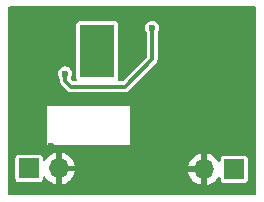
<source format=gbr>
%TF.GenerationSoftware,KiCad,Pcbnew,8.0.4*%
%TF.CreationDate,2026-02-25T15:38:27+07:00*%
%TF.ProjectId,Buck_V1.1,4275636b-5f56-4312-9e31-2e6b69636164,rev?*%
%TF.SameCoordinates,Original*%
%TF.FileFunction,Copper,L2,Bot*%
%TF.FilePolarity,Positive*%
%FSLAX46Y46*%
G04 Gerber Fmt 4.6, Leading zero omitted, Abs format (unit mm)*
G04 Created by KiCad (PCBNEW 8.0.4) date 2026-02-25 15:38:27*
%MOMM*%
%LPD*%
G01*
G04 APERTURE LIST*
%TA.AperFunction,ComponentPad*%
%ADD10C,0.600000*%
%TD*%
%TA.AperFunction,SMDPad,CuDef*%
%ADD11R,2.950000X4.500000*%
%TD*%
%TA.AperFunction,ComponentPad*%
%ADD12R,1.700000X1.700000*%
%TD*%
%TA.AperFunction,ComponentPad*%
%ADD13O,1.700000X1.700000*%
%TD*%
%TA.AperFunction,ViaPad*%
%ADD14C,0.600000*%
%TD*%
%TA.AperFunction,Conductor*%
%ADD15C,0.300000*%
%TD*%
G04 APERTURE END LIST*
D10*
%TO.P,U1,9,GNDPAD*%
%TO.N,AGND*%
X130960000Y-34042500D03*
X130960000Y-32842500D03*
X130960000Y-31542500D03*
X130960000Y-30442500D03*
D11*
X130360000Y-32242500D03*
D10*
X129760000Y-34042500D03*
X129760000Y-32842500D03*
X129760000Y-31542500D03*
X129760000Y-30442500D03*
%TD*%
D12*
%TO.P,IN,1,Pin_1*%
%TO.N,/Vin*%
X124580000Y-42170000D03*
D13*
%TO.P,IN,2,Pin_2*%
%TO.N,GND*%
X127120000Y-42170000D03*
%TD*%
D12*
%TO.P,OUT,1,Pin_1*%
%TO.N,/Vout*%
X141940000Y-42240000D03*
D13*
%TO.P,OUT,2,Pin_2*%
%TO.N,GND*%
X139400000Y-42240000D03*
%TD*%
D14*
%TO.N,GND*%
X127230000Y-36320000D03*
X134690000Y-39390000D03*
X128500000Y-29060000D03*
X133720000Y-37560000D03*
X129170000Y-29080000D03*
X132880000Y-40660000D03*
X133760000Y-39330000D03*
X134820000Y-41150000D03*
X123390000Y-29650000D03*
X140990000Y-38450000D03*
X141970000Y-38320000D03*
X133830000Y-41030000D03*
X140570000Y-32280000D03*
X138180000Y-35500000D03*
X139730000Y-32340000D03*
X135690000Y-39480000D03*
X129360000Y-40690000D03*
X127670000Y-29040000D03*
X127260000Y-40600000D03*
X142720000Y-37890000D03*
X134830000Y-40310000D03*
X133760000Y-38440000D03*
X132460000Y-28890000D03*
X132050000Y-40670000D03*
X125660000Y-39850000D03*
X137450000Y-39430000D03*
X140890000Y-33190000D03*
X140880000Y-33890000D03*
X139270000Y-36140000D03*
X131810000Y-29150000D03*
X124480000Y-28900000D03*
X125640000Y-36160000D03*
X138260000Y-36230000D03*
X128040000Y-40620000D03*
X138100000Y-32270000D03*
X140980000Y-34680000D03*
X123590000Y-28860000D03*
X125640000Y-38110000D03*
X138350000Y-39730000D03*
X125650000Y-37220000D03*
X136630000Y-39440000D03*
X126420000Y-40290000D03*
X139660000Y-35420000D03*
X135900000Y-40330000D03*
X136570000Y-41420000D03*
X124230000Y-29580000D03*
X133790000Y-40260000D03*
X136890000Y-40340000D03*
X138810000Y-32310000D03*
X131760000Y-36040000D03*
X137210000Y-32300000D03*
X135730000Y-41260000D03*
X125150000Y-35500000D03*
X125660000Y-38980000D03*
%TO.N,Net-(D3-K)*%
X135010000Y-30260000D03*
X127630000Y-34140000D03*
%TD*%
D15*
%TO.N,Net-(D3-K)*%
X127630000Y-34140000D02*
X127630000Y-34740000D01*
X132660000Y-35250000D02*
X132670000Y-35260000D01*
X132670000Y-35260000D02*
X135010000Y-32920000D01*
X127630000Y-34740000D02*
X128140000Y-35250000D01*
X128140000Y-35250000D02*
X132660000Y-35250000D01*
X135010000Y-32920000D02*
X135010000Y-30260000D01*
%TD*%
%TA.AperFunction,Conductor*%
%TO.N,GND*%
G36*
X143742539Y-28470185D02*
G01*
X143788294Y-28522989D01*
X143799500Y-28574500D01*
X143799500Y-44325500D01*
X143779815Y-44392539D01*
X143727011Y-44438294D01*
X143675500Y-44449500D01*
X122924500Y-44449500D01*
X122857461Y-44429815D01*
X122811706Y-44377011D01*
X122800500Y-44325500D01*
X122800500Y-41275131D01*
X123429500Y-41275131D01*
X123429500Y-43064856D01*
X123429502Y-43064882D01*
X123432413Y-43089987D01*
X123432415Y-43089991D01*
X123477793Y-43192764D01*
X123477794Y-43192765D01*
X123557235Y-43272206D01*
X123660009Y-43317585D01*
X123685135Y-43320500D01*
X125474864Y-43320499D01*
X125474879Y-43320497D01*
X125474882Y-43320497D01*
X125499987Y-43317586D01*
X125499988Y-43317585D01*
X125499991Y-43317585D01*
X125602765Y-43272206D01*
X125682206Y-43192765D01*
X125727585Y-43089991D01*
X125730500Y-43064865D01*
X125730499Y-42932516D01*
X125750183Y-42865480D01*
X125802987Y-42819725D01*
X125872145Y-42809781D01*
X125935701Y-42838805D01*
X125956073Y-42861395D01*
X126081890Y-43041078D01*
X126248917Y-43208105D01*
X126442421Y-43343600D01*
X126656507Y-43443429D01*
X126656516Y-43443433D01*
X126870000Y-43500634D01*
X126870000Y-42603012D01*
X126927007Y-42635925D01*
X127054174Y-42670000D01*
X127185826Y-42670000D01*
X127312993Y-42635925D01*
X127370000Y-42603012D01*
X127370000Y-43500633D01*
X127583483Y-43443433D01*
X127583492Y-43443429D01*
X127797578Y-43343600D01*
X127991082Y-43208105D01*
X128158105Y-43041082D01*
X128293600Y-42847578D01*
X128393429Y-42633492D01*
X128393432Y-42633486D01*
X128450636Y-42420000D01*
X127553012Y-42420000D01*
X127585925Y-42362993D01*
X127620000Y-42235826D01*
X127620000Y-42104174D01*
X127589406Y-41989999D01*
X138069364Y-41989999D01*
X138069364Y-41990000D01*
X138966988Y-41990000D01*
X138934075Y-42047007D01*
X138900000Y-42174174D01*
X138900000Y-42305826D01*
X138934075Y-42432993D01*
X138966988Y-42490000D01*
X138069364Y-42490000D01*
X138126567Y-42703486D01*
X138126570Y-42703492D01*
X138226399Y-42917578D01*
X138361894Y-43111082D01*
X138528917Y-43278105D01*
X138722421Y-43413600D01*
X138936507Y-43513429D01*
X138936516Y-43513433D01*
X139150000Y-43570634D01*
X139150000Y-42673012D01*
X139207007Y-42705925D01*
X139334174Y-42740000D01*
X139465826Y-42740000D01*
X139592993Y-42705925D01*
X139650000Y-42673012D01*
X139650000Y-43570633D01*
X139863483Y-43513433D01*
X139863492Y-43513429D01*
X140077578Y-43413600D01*
X140271082Y-43278105D01*
X140438105Y-43111082D01*
X140563925Y-42931394D01*
X140618502Y-42887770D01*
X140688001Y-42880577D01*
X140750355Y-42912099D01*
X140785769Y-42972329D01*
X140789500Y-43002517D01*
X140789500Y-43134855D01*
X140789502Y-43134882D01*
X140792413Y-43159987D01*
X140792415Y-43159991D01*
X140837793Y-43262764D01*
X140837794Y-43262765D01*
X140917235Y-43342206D01*
X141020009Y-43387585D01*
X141045135Y-43390500D01*
X142834864Y-43390499D01*
X142834879Y-43390497D01*
X142834882Y-43390497D01*
X142859987Y-43387586D01*
X142859988Y-43387585D01*
X142859991Y-43387585D01*
X142962765Y-43342206D01*
X143042206Y-43262765D01*
X143087585Y-43159991D01*
X143090500Y-43134865D01*
X143090499Y-41345136D01*
X143090497Y-41345117D01*
X143087586Y-41320012D01*
X143087585Y-41320010D01*
X143087585Y-41320009D01*
X143042206Y-41217235D01*
X142962765Y-41137794D01*
X142949385Y-41131886D01*
X142859992Y-41092415D01*
X142834865Y-41089500D01*
X141045143Y-41089500D01*
X141045117Y-41089502D01*
X141020012Y-41092413D01*
X141020008Y-41092415D01*
X140917235Y-41137793D01*
X140837794Y-41217234D01*
X140792415Y-41320006D01*
X140792415Y-41320008D01*
X140789500Y-41345131D01*
X140789500Y-41477481D01*
X140769815Y-41544520D01*
X140717011Y-41590275D01*
X140647853Y-41600219D01*
X140584297Y-41571194D01*
X140563925Y-41548604D01*
X140438113Y-41368926D01*
X140438108Y-41368920D01*
X140271082Y-41201894D01*
X140077578Y-41066399D01*
X139863492Y-40966570D01*
X139863486Y-40966567D01*
X139650000Y-40909364D01*
X139650000Y-41806988D01*
X139592993Y-41774075D01*
X139465826Y-41740000D01*
X139334174Y-41740000D01*
X139207007Y-41774075D01*
X139150000Y-41806988D01*
X139150000Y-40909364D01*
X139149999Y-40909364D01*
X138936513Y-40966567D01*
X138936507Y-40966570D01*
X138722422Y-41066399D01*
X138722420Y-41066400D01*
X138528926Y-41201886D01*
X138528920Y-41201891D01*
X138361891Y-41368920D01*
X138361886Y-41368926D01*
X138226400Y-41562420D01*
X138226399Y-41562422D01*
X138126570Y-41776507D01*
X138126567Y-41776513D01*
X138069364Y-41989999D01*
X127589406Y-41989999D01*
X127585925Y-41977007D01*
X127553012Y-41920000D01*
X128450636Y-41920000D01*
X128450635Y-41919999D01*
X128393432Y-41706513D01*
X128393429Y-41706507D01*
X128293600Y-41492422D01*
X128293599Y-41492420D01*
X128158113Y-41298926D01*
X128158108Y-41298920D01*
X127991082Y-41131894D01*
X127797578Y-40996399D01*
X127583492Y-40896570D01*
X127583486Y-40896567D01*
X127370000Y-40839364D01*
X127370000Y-41736988D01*
X127312993Y-41704075D01*
X127185826Y-41670000D01*
X127054174Y-41670000D01*
X126927007Y-41704075D01*
X126870000Y-41736988D01*
X126870000Y-40839364D01*
X126869999Y-40839364D01*
X126656513Y-40896567D01*
X126656507Y-40896570D01*
X126442422Y-40996399D01*
X126442420Y-40996400D01*
X126248926Y-41131886D01*
X126248920Y-41131891D01*
X126081891Y-41298920D01*
X126081890Y-41298922D01*
X125956074Y-41478606D01*
X125901497Y-41522230D01*
X125831998Y-41529423D01*
X125769644Y-41497901D01*
X125734230Y-41437671D01*
X125730499Y-41407482D01*
X125730499Y-41275143D01*
X125730499Y-41275136D01*
X125730497Y-41275117D01*
X125727586Y-41250012D01*
X125727585Y-41250010D01*
X125727585Y-41250009D01*
X125682206Y-41147235D01*
X125602765Y-41067794D01*
X125599606Y-41066399D01*
X125499992Y-41022415D01*
X125474865Y-41019500D01*
X123685143Y-41019500D01*
X123685117Y-41019502D01*
X123660012Y-41022413D01*
X123660008Y-41022415D01*
X123557235Y-41067793D01*
X123477794Y-41147234D01*
X123432415Y-41250006D01*
X123432415Y-41250008D01*
X123429500Y-41275131D01*
X122800500Y-41275131D01*
X122800500Y-40160000D01*
X126060000Y-40160000D01*
X133110000Y-40160000D01*
X133110000Y-36920000D01*
X126060000Y-36920000D01*
X126060000Y-40160000D01*
X122800500Y-40160000D01*
X122800500Y-34139998D01*
X127024318Y-34139998D01*
X127024318Y-34140001D01*
X127044955Y-34296760D01*
X127044957Y-34296765D01*
X127105461Y-34442836D01*
X127105464Y-34442841D01*
X127153876Y-34505933D01*
X127179070Y-34571102D01*
X127179500Y-34581419D01*
X127179500Y-34799309D01*
X127187777Y-34830197D01*
X127187778Y-34830201D01*
X127210201Y-34913888D01*
X127239856Y-34965250D01*
X127269511Y-35016614D01*
X127863386Y-35610489D01*
X127966113Y-35669799D01*
X127990321Y-35676284D01*
X127990324Y-35676286D01*
X127990325Y-35676286D01*
X128020447Y-35684357D01*
X128080691Y-35700500D01*
X132557049Y-35700500D01*
X132589135Y-35704723D01*
X132610691Y-35710499D01*
X132610695Y-35710499D01*
X132729306Y-35710499D01*
X132729309Y-35710499D01*
X132799429Y-35691710D01*
X132843885Y-35679800D01*
X132843887Y-35679799D01*
X132946614Y-35620489D01*
X135370490Y-33196614D01*
X135429799Y-33093887D01*
X135450565Y-33016386D01*
X135460500Y-32979309D01*
X135460500Y-30701419D01*
X135480185Y-30634380D01*
X135486124Y-30625933D01*
X135502092Y-30605121D01*
X135534536Y-30562841D01*
X135595044Y-30416762D01*
X135615682Y-30260000D01*
X135595044Y-30103238D01*
X135534536Y-29957159D01*
X135438282Y-29831718D01*
X135312841Y-29735464D01*
X135214942Y-29694913D01*
X135166762Y-29674956D01*
X135166760Y-29674955D01*
X135010001Y-29654318D01*
X135009999Y-29654318D01*
X134853239Y-29674955D01*
X134853237Y-29674956D01*
X134707160Y-29735463D01*
X134581718Y-29831718D01*
X134485463Y-29957160D01*
X134424956Y-30103237D01*
X134424955Y-30103239D01*
X134404318Y-30259998D01*
X134404318Y-30260001D01*
X134424955Y-30416760D01*
X134424957Y-30416765D01*
X134485461Y-30562836D01*
X134485464Y-30562841D01*
X134533876Y-30625933D01*
X134559070Y-30691102D01*
X134559500Y-30701419D01*
X134559500Y-32682034D01*
X134539815Y-32749073D01*
X134523181Y-32769715D01*
X132529716Y-34763181D01*
X132468393Y-34796666D01*
X132442035Y-34799500D01*
X132218236Y-34799500D01*
X132151197Y-34779815D01*
X132105442Y-34727011D01*
X132095498Y-34657853D01*
X132104802Y-34625413D01*
X132132423Y-34562859D01*
X132132585Y-34562491D01*
X132135500Y-34537365D01*
X132135499Y-29947636D01*
X132135497Y-29947617D01*
X132132586Y-29922512D01*
X132132585Y-29922510D01*
X132132585Y-29922509D01*
X132087206Y-29819735D01*
X132007765Y-29740294D01*
X131996824Y-29735463D01*
X131904992Y-29694915D01*
X131879865Y-29692000D01*
X128840143Y-29692000D01*
X128840117Y-29692002D01*
X128815012Y-29694913D01*
X128815008Y-29694915D01*
X128712235Y-29740293D01*
X128632794Y-29819734D01*
X128587415Y-29922506D01*
X128587415Y-29922508D01*
X128584500Y-29947631D01*
X128584500Y-34537356D01*
X128584502Y-34537382D01*
X128587413Y-34562487D01*
X128587415Y-34562491D01*
X128615198Y-34625414D01*
X128624270Y-34694692D01*
X128594446Y-34757877D01*
X128535197Y-34794908D01*
X128501764Y-34799500D01*
X128377965Y-34799500D01*
X128310926Y-34779815D01*
X128290284Y-34763181D01*
X128151285Y-34624182D01*
X128117800Y-34562859D01*
X128122784Y-34493167D01*
X128140588Y-34461017D01*
X128154536Y-34442841D01*
X128215044Y-34296762D01*
X128235682Y-34140000D01*
X128215044Y-33983238D01*
X128154536Y-33837159D01*
X128058282Y-33711718D01*
X127932841Y-33615464D01*
X127786762Y-33554956D01*
X127786760Y-33554955D01*
X127630001Y-33534318D01*
X127629999Y-33534318D01*
X127473239Y-33554955D01*
X127473237Y-33554956D01*
X127327160Y-33615463D01*
X127201718Y-33711718D01*
X127105463Y-33837160D01*
X127044956Y-33983237D01*
X127044955Y-33983239D01*
X127024318Y-34139998D01*
X122800500Y-34139998D01*
X122800500Y-28574500D01*
X122820185Y-28507461D01*
X122872989Y-28461706D01*
X122924500Y-28450500D01*
X143675500Y-28450500D01*
X143742539Y-28470185D01*
G37*
%TD.AperFunction*%
%TD*%
M02*

</source>
